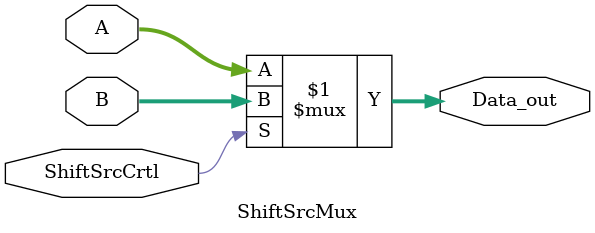
<source format=v>
module ShiftSrcMux(
    input  wire ShiftSrcCrtl,
    input  wire [31:0] B, 
    input  wire [31:0] A, 
    output wire [31:0] Data_out

);

// B ---------|
// A ---------|--- Data_out --->

    assign Data_out = (ShiftSrcCrtl) ? B : A;

endmodule
</source>
